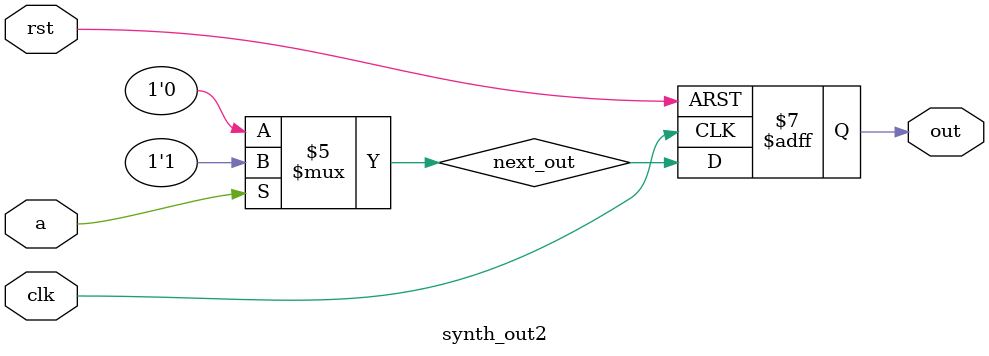
<source format=sv>
module synth_out2(
    input clk,
    input rst,
    input a,
    output reg out
);
    reg next_out;

    always @(*) begin
        next_out = 0;

        if(a) begin
            next_out = 1;
        end
    end

    always @(posedge clk, negedge rst) begin
        if(~rst) begin
            out <= 0;
        end else begin
            out <= next_out;
        end
    end
endmodule

</source>
